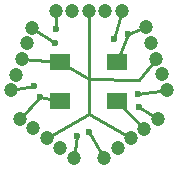
<source format=gbr>
G04 #@! TF.FileFunction,Copper,L1,Top,Signal*
%FSLAX46Y46*%
G04 Gerber Fmt 4.6, Leading zero omitted, Abs format (unit mm)*
G04 Created by KiCad (PCBNEW 4.0.7) date 01/08/18 14:04:22*
%MOMM*%
%LPD*%
G01*
G04 APERTURE LIST*
%ADD10C,0.100000*%
%ADD11R,1.800000X1.400000*%
%ADD12C,1.200000*%
%ADD13C,0.600000*%
%ADD14C,0.250000*%
G04 APERTURE END LIST*
D10*
D11*
X153962400Y-95174800D03*
X153962400Y-98474800D03*
X158762400Y-98474800D03*
X158762400Y-95174800D03*
D12*
X149807552Y-97577678D03*
X151538048Y-92251762D03*
X151105424Y-93583241D03*
X150240176Y-96246199D03*
X150672800Y-94914720D03*
X155071648Y-103266119D03*
X150541152Y-99974521D03*
X151673776Y-100797421D03*
X153939024Y-102443219D03*
X152806400Y-101620320D03*
X161227392Y-92211122D03*
X162957888Y-97537038D03*
X162525264Y-96205559D03*
X161660016Y-93542601D03*
X162092640Y-94874080D03*
X162203968Y-99994841D03*
X157673472Y-103286439D03*
X158806096Y-102463539D03*
X161071344Y-100817741D03*
X159938720Y-101640640D03*
X153562400Y-90830400D03*
X159162400Y-90830400D03*
X157762400Y-90830400D03*
X154962400Y-90830400D03*
X156362400Y-90830400D03*
D13*
X160492440Y-97856040D03*
X158541720Y-93192600D03*
X153527760Y-93527880D03*
X152247600Y-98130360D03*
X156362400Y-101071680D03*
X153619200Y-92400120D03*
X160614360Y-98983800D03*
X151698960Y-97200720D03*
X159699960Y-92824300D03*
X155387040Y-101452680D03*
D14*
X150672800Y-94914720D02*
X153962400Y-95174800D01*
X156382449Y-96641958D02*
X160583880Y-96697800D01*
X160583880Y-96697800D02*
X162092640Y-94874080D01*
X153962400Y-95174800D02*
X156365257Y-96641929D01*
X156362400Y-90830400D02*
X156383916Y-97857944D01*
X152806400Y-101620320D02*
X156377640Y-99547680D01*
X156377640Y-99547680D02*
X159938720Y-101640640D01*
X156377640Y-99547680D02*
X156383916Y-97857947D01*
X156383916Y-97857946D02*
X156383916Y-97857947D01*
X156383916Y-97857944D02*
X156383916Y-97857946D01*
X156383916Y-97857947D02*
X156382449Y-96641958D01*
X156365257Y-96641929D02*
X156382449Y-96641958D01*
X161071344Y-100817741D02*
X158762400Y-98474800D01*
X162957888Y-97537038D02*
X160492440Y-97856040D01*
X159162400Y-90830400D02*
X158541720Y-93192600D01*
X152247600Y-98130360D02*
X153962400Y-98474800D01*
X151538048Y-92251762D02*
X153527760Y-93527880D01*
X150541152Y-99974521D02*
X152247600Y-98130360D01*
X157673472Y-103286439D02*
X156362400Y-101071680D01*
X153562400Y-90830400D02*
X153619200Y-92400120D01*
X162203968Y-99994841D02*
X160614360Y-98983800D01*
X159699960Y-92824300D02*
X158762400Y-95174800D01*
X149807552Y-97577678D02*
X151698960Y-97200720D01*
X161227392Y-92211122D02*
X159699960Y-92824300D01*
X155071648Y-103266119D02*
X155387040Y-101452680D01*
M02*

</source>
